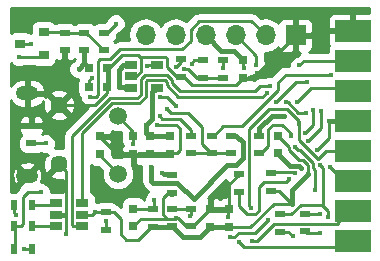
<source format=gbl>
%TF.GenerationSoftware,KiCad,Pcbnew,4.0.7*%
%TF.CreationDate,2017-11-19T11:54:36+08:00*%
%TF.ProjectId,ST-Link V2.1,53542D4C696E6B2056322E312E6B6963,rev?*%
%TF.FileFunction,Copper,L2,Bot,Signal*%
%FSLAX46Y46*%
G04 Gerber Fmt 4.6, Leading zero omitted, Abs format (unit mm)*
G04 Created by KiCad (PCBNEW 4.0.7) date 11/19/17 11:54:36*
%MOMM*%
%LPD*%
G01*
G04 APERTURE LIST*
%ADD10C,0.100000*%
%ADD11C,1.450000*%
%ADD12O,1.900000X1.200000*%
%ADD13R,0.900000X0.500000*%
%ADD14R,1.700000X1.700000*%
%ADD15O,1.700000X1.700000*%
%ADD16R,0.750000X0.800000*%
%ADD17R,1.060000X0.650000*%
%ADD18R,0.500000X0.900000*%
%ADD19R,0.900000X0.800000*%
%ADD20R,0.800000X0.750000*%
%ADD21C,1.500000*%
%ADD22C,0.453000*%
%ADD23C,0.450000*%
%ADD24C,0.250000*%
%ADD25C,0.400000*%
%ADD26C,0.254000*%
G04 APERTURE END LIST*
D10*
D11*
X123520200Y-106100000D03*
X123520200Y-111100000D03*
D12*
X120820200Y-105100000D03*
X120820200Y-112100000D03*
D13*
X133065000Y-112040000D03*
X133065000Y-113540000D03*
X141500000Y-113360000D03*
X141500000Y-111860000D03*
X138720000Y-111970000D03*
X138720000Y-113470000D03*
D10*
G36*
X149900000Y-98920000D02*
X149900000Y-100720000D01*
X146900000Y-100720000D01*
X146900000Y-98920000D01*
X149900000Y-98920000D01*
X149900000Y-98920000D01*
G37*
G36*
X149900000Y-101460000D02*
X149900000Y-103260000D01*
X146900000Y-103260000D01*
X146900000Y-101460000D01*
X149900000Y-101460000D01*
X149900000Y-101460000D01*
G37*
G36*
X149900000Y-104000000D02*
X149900000Y-105800000D01*
X146900000Y-105800000D01*
X146900000Y-104000000D01*
X149900000Y-104000000D01*
X149900000Y-104000000D01*
G37*
G36*
X149900000Y-106540000D02*
X149900000Y-108340000D01*
X146900000Y-108340000D01*
X146900000Y-106540000D01*
X149900000Y-106540000D01*
X149900000Y-106540000D01*
G37*
G36*
X149900000Y-109080000D02*
X149900000Y-110880000D01*
X146900000Y-110880000D01*
X146900000Y-109080000D01*
X149900000Y-109080000D01*
X149900000Y-109080000D01*
G37*
G36*
X149900000Y-111620000D02*
X149900000Y-113420000D01*
X146900000Y-113420000D01*
X146900000Y-111620000D01*
X149900000Y-111620000D01*
X149900000Y-111620000D01*
G37*
G36*
X149900000Y-114160000D02*
X149900000Y-115960000D01*
X146900000Y-115960000D01*
X146900000Y-114160000D01*
X149900000Y-114160000D01*
X149900000Y-114160000D01*
G37*
G36*
X149900000Y-116700000D02*
X149900000Y-118500000D01*
X146900000Y-118500000D01*
X146900000Y-116700000D01*
X149900000Y-116700000D01*
X149900000Y-116700000D01*
G37*
D14*
X143535400Y-100177600D03*
D15*
X140995400Y-100177600D03*
X138455400Y-100177600D03*
X135915400Y-100177600D03*
X133375400Y-100177600D03*
X130835400Y-100177600D03*
D13*
X135670000Y-103800000D03*
X135670000Y-102300000D03*
X134721600Y-110190000D03*
X134721600Y-108690000D03*
D16*
X136320000Y-114920000D03*
X136320000Y-116420000D03*
X142062200Y-110190000D03*
X142062200Y-108690000D03*
X139100000Y-103800000D03*
X139100000Y-102300000D03*
X132892800Y-110249400D03*
X132892800Y-108749400D03*
D13*
X127470000Y-116650000D03*
X127470000Y-115150000D03*
X144380912Y-115296150D03*
X144380912Y-116796150D03*
X142223600Y-116827000D03*
X142223600Y-115327000D03*
D17*
X123270000Y-116320000D03*
X123270000Y-115370000D03*
X123270000Y-114420000D03*
X125470000Y-114420000D03*
X125470000Y-116320000D03*
X125470000Y-115370000D03*
D13*
X137390000Y-102300000D03*
X137390000Y-103800000D03*
X136448800Y-108690000D03*
X136448800Y-110190000D03*
X138099800Y-110190000D03*
X138099800Y-108690000D03*
X140430000Y-108690000D03*
X140430000Y-110190000D03*
X127336200Y-99963400D03*
X127336200Y-101463400D03*
X133870000Y-102230000D03*
X133870000Y-103730000D03*
X123983400Y-101463400D03*
X123983400Y-99963400D03*
X125659800Y-99963400D03*
X125659800Y-101463400D03*
X121170200Y-107850000D03*
X121170200Y-109350000D03*
D18*
X121200000Y-118325000D03*
X119700000Y-118325000D03*
X121200000Y-114550000D03*
X119700000Y-114550000D03*
X121200000Y-116350000D03*
X119700000Y-116350000D03*
D13*
X133065000Y-114860400D03*
X133065000Y-116360400D03*
X134665200Y-114860400D03*
X134665200Y-116360400D03*
X131490200Y-114885800D03*
X131490200Y-116385800D03*
D19*
X122200000Y-99950000D03*
X122200000Y-101850000D03*
X120200000Y-100900000D03*
D16*
X131190000Y-110260000D03*
X131190000Y-108760000D03*
D20*
X127592600Y-102987600D03*
X126092600Y-102987600D03*
D16*
X129810000Y-108750000D03*
X129810000Y-110250000D03*
X126950000Y-110260000D03*
X126950000Y-108760000D03*
X129813800Y-116360400D03*
X129813800Y-114860400D03*
X137940000Y-114920000D03*
X137940000Y-116420000D03*
D21*
X128498600Y-111912400D03*
X128498600Y-107032400D03*
D20*
X127592600Y-104587800D03*
X126092600Y-104587800D03*
D17*
X129580000Y-104630000D03*
X129580000Y-103680000D03*
X129580000Y-102730000D03*
X131780000Y-102730000D03*
X131780000Y-104630000D03*
D22*
X126531000Y-115150000D03*
X131290000Y-111320000D03*
X144605679Y-111968491D03*
D23*
X145363428Y-109866556D03*
X143258924Y-114443176D03*
X146370000Y-107430000D03*
D22*
X139166600Y-102973463D03*
X121100000Y-100900000D03*
X135077200Y-117297200D03*
X130860800Y-107797600D03*
X134899400Y-114046000D03*
X128574800Y-104571800D03*
X125170000Y-103060000D03*
D23*
X143290000Y-117220000D03*
D22*
X145567400Y-115316000D03*
X121950000Y-113475000D03*
D23*
X144461289Y-106762427D03*
D22*
X142748000Y-105867200D03*
X144600000Y-109100000D03*
X143525102Y-109638555D03*
D23*
X145700000Y-106600000D03*
D22*
X145190000Y-113298518D03*
X143870000Y-102740000D03*
X146447894Y-111318415D03*
D23*
X139825238Y-117579991D03*
X138730000Y-117699991D03*
D22*
X120125000Y-102025000D03*
X120575000Y-118325000D03*
X145600000Y-111200000D03*
X144349652Y-108496883D03*
D23*
X145057272Y-106502970D03*
D22*
X144538745Y-104188039D03*
X145580000Y-116920000D03*
X146260000Y-115570000D03*
D23*
X141878669Y-105861469D03*
D22*
X141401731Y-104474250D03*
X141086874Y-105059212D03*
X128300000Y-99200000D03*
X143120000Y-108700000D03*
D23*
X132673969Y-106424991D03*
X134086600Y-103054981D03*
X132043964Y-107022340D03*
X134747000Y-102607209D03*
X134611209Y-115491203D03*
D22*
X146499053Y-103514621D03*
X137414000Y-102971600D03*
X140206389Y-102701509D03*
D23*
X139807856Y-114789995D03*
D22*
X143810000Y-107740000D03*
X143675000Y-105800000D03*
D23*
X142594249Y-107014533D03*
X126110000Y-105387811D03*
D22*
X131590000Y-114110000D03*
D23*
X122200000Y-107850000D03*
D22*
X124125000Y-117000000D03*
X138020000Y-117290000D03*
X141210000Y-115830002D03*
X137790000Y-115593499D03*
X143988012Y-111400000D03*
X140248975Y-103359202D03*
X131826000Y-107772200D03*
D23*
X133451600Y-115685389D03*
X129760000Y-109424989D03*
X126267591Y-103792480D03*
X130985009Y-102812552D03*
D22*
X119898491Y-115424998D03*
X122375000Y-109350000D03*
D23*
X133409607Y-106152400D03*
D22*
X132062414Y-105407999D03*
X133451600Y-102844600D03*
X127450000Y-115925000D03*
X143020099Y-112350008D03*
X143500000Y-111890000D03*
X132218009Y-111818009D03*
D24*
X127470000Y-115150000D02*
X128170000Y-115150000D01*
X128170000Y-115150000D02*
X128725000Y-115705000D01*
X129200000Y-117500000D02*
X130176000Y-117500000D01*
X128725000Y-115705000D02*
X128725000Y-117025000D01*
X128725000Y-117025000D02*
X129200000Y-117500000D01*
X131290200Y-116385800D02*
X131490200Y-116385800D01*
X130176000Y-117500000D02*
X131290200Y-116385800D01*
X125470000Y-115370000D02*
X126311000Y-115370000D01*
X126311000Y-115370000D02*
X126531000Y-115150000D01*
X144184710Y-110738490D02*
X144598489Y-111152269D01*
X144598489Y-111640982D02*
X144605679Y-111648172D01*
X144605679Y-111648172D02*
X144605679Y-111968491D01*
X142062200Y-108750000D02*
X142973602Y-109661402D01*
X142973602Y-109903276D02*
X143808816Y-110738490D01*
X142973602Y-109661402D02*
X142973602Y-109903276D01*
X143808816Y-110738490D02*
X144184710Y-110738490D01*
X144598489Y-111152269D02*
X144598489Y-111640982D01*
X141500000Y-113360000D02*
X142175748Y-113360000D01*
X142175748Y-113360000D02*
X143258924Y-114443176D01*
D25*
X131290000Y-112520001D02*
X131290000Y-111320000D01*
X131459999Y-112690000D02*
X131290000Y-112520001D01*
X133543400Y-112690000D02*
X131459999Y-112690000D01*
X134899400Y-114046000D02*
X133543400Y-112690000D01*
D24*
X139703778Y-116420000D02*
X137940000Y-116420000D01*
X143258924Y-114443176D02*
X141680602Y-114443176D01*
X141680602Y-114443176D02*
X139703778Y-116420000D01*
D25*
X143258924Y-114443176D02*
X143258924Y-113315246D01*
X143258924Y-113315246D02*
X144605679Y-111968491D01*
D24*
X146370000Y-108859984D02*
X145363428Y-109866556D01*
X146370000Y-107430000D02*
X146370000Y-108859984D01*
D25*
X146380000Y-107440000D02*
X146370000Y-107430000D01*
X148400000Y-107440000D02*
X146380000Y-107440000D01*
X138535200Y-108685200D02*
X139100000Y-109250000D01*
X138099800Y-108685200D02*
X138535200Y-108685200D01*
X137745400Y-111200000D02*
X134899400Y-114046000D01*
X139100000Y-109250000D02*
X139100000Y-110605001D01*
X139100000Y-110605001D02*
X138505001Y-111200000D01*
X138505001Y-111200000D02*
X137745400Y-111200000D01*
X131410020Y-107248380D02*
X130860800Y-107797600D01*
X131410020Y-104999980D02*
X131410020Y-107248380D01*
X131780000Y-104630000D02*
X131410020Y-104999980D01*
X136320000Y-116420000D02*
X137940000Y-116420000D01*
X135077200Y-117297200D02*
X135442800Y-117297200D01*
X135442800Y-117297200D02*
X136320000Y-116420000D01*
X133065000Y-116360400D02*
X134001800Y-117297200D01*
X134001800Y-117297200D02*
X135077200Y-117297200D01*
X131490200Y-116385800D02*
X133039600Y-116385800D01*
X133039600Y-116385800D02*
X133065000Y-116360400D01*
X139100000Y-102300000D02*
X139100000Y-102275000D01*
X137237800Y-101500000D02*
X135915400Y-100177600D01*
X139100000Y-102275000D02*
X138325000Y-101500000D01*
X138325000Y-101500000D02*
X137237800Y-101500000D01*
X131190000Y-108760000D02*
X132882200Y-108760000D01*
X132882200Y-108760000D02*
X132892800Y-108749400D01*
X130860800Y-107797600D02*
X130860800Y-108430800D01*
X130860800Y-108430800D02*
X131190000Y-108760000D01*
D24*
X139100000Y-102300000D02*
X139100000Y-102950000D01*
X139100000Y-102950000D02*
X139123463Y-102973463D01*
X139123463Y-102973463D02*
X139166600Y-102973463D01*
X121100000Y-100900000D02*
X120200000Y-100900000D01*
X127470000Y-115150000D02*
X126531000Y-115150000D01*
D25*
X125170000Y-103060000D02*
X125659800Y-102570200D01*
X125659800Y-102570200D02*
X125659800Y-102554800D01*
X125659800Y-101463400D02*
X125659800Y-102554800D01*
X125659800Y-102554800D02*
X126092600Y-102987600D01*
X128574800Y-104571800D02*
X128574800Y-103110199D01*
X128954999Y-102730000D02*
X129580000Y-102730000D01*
X128574800Y-103110199D02*
X128954999Y-102730000D01*
X128574800Y-104571800D02*
X129521800Y-104571800D01*
X129521800Y-104571800D02*
X129580000Y-104630000D01*
X129580000Y-104630000D02*
X129268000Y-104630000D01*
X129268000Y-104630000D02*
X129260600Y-104622600D01*
X129260600Y-104622600D02*
X129082800Y-104622600D01*
D24*
X143290000Y-117193400D02*
X143290000Y-117220000D01*
X142923600Y-116827000D02*
X143290000Y-117193400D01*
X142223600Y-116827000D02*
X142923600Y-116827000D01*
X144400762Y-115316000D02*
X144380912Y-115296150D01*
X145567400Y-115316000D02*
X144400762Y-115316000D01*
X144327112Y-115242350D02*
X144380912Y-115296150D01*
X120450000Y-113875000D02*
X120850000Y-113475000D01*
X120450000Y-116175000D02*
X120450000Y-113875000D01*
X119775000Y-116350000D02*
X120275000Y-116350000D01*
X120275000Y-116350000D02*
X120450000Y-116175000D01*
X120850000Y-113475000D02*
X121950000Y-113475000D01*
X119800000Y-118325000D02*
X119800000Y-116375000D01*
X119800000Y-116375000D02*
X119775000Y-116350000D01*
X143785273Y-106762427D02*
X144461289Y-106762427D01*
X142890046Y-105867200D02*
X143785273Y-106762427D01*
X142748000Y-105867200D02*
X142890046Y-105867200D01*
X145048499Y-111464721D02*
X145048499Y-110965869D01*
X143751601Y-109865054D02*
X143525102Y-109638555D01*
X143947684Y-109865054D02*
X143751601Y-109865054D01*
X145048499Y-110965869D02*
X143947684Y-109865054D01*
X145190000Y-113298518D02*
X145190000Y-111606222D01*
X145190000Y-111606222D02*
X145048499Y-111464721D01*
X145700000Y-108000000D02*
X144600000Y-109100000D01*
X145700000Y-106600000D02*
X145700000Y-108000000D01*
X144250000Y-102360000D02*
X143870000Y-102740000D01*
X148400000Y-102360000D02*
X144250000Y-102360000D01*
X148348700Y-102124601D02*
X148190723Y-102124601D01*
X148337800Y-102297800D02*
X148400000Y-102360000D01*
X147424479Y-112295000D02*
X146447894Y-111318415D01*
X148350000Y-112295000D02*
X147424479Y-112295000D01*
X141715614Y-116175000D02*
X140310623Y-117579991D01*
X140310623Y-117579991D02*
X139825238Y-117579991D01*
X147010000Y-116175000D02*
X141715614Y-116175000D01*
X148350000Y-114835000D02*
X147010000Y-116175000D01*
X147595000Y-118130000D02*
X139160009Y-118130000D01*
X139160009Y-118130000D02*
X138730000Y-117699991D01*
X148350000Y-117375000D02*
X147595000Y-118130000D01*
X122200000Y-99950000D02*
X123970000Y-99950000D01*
X123970000Y-99950000D02*
X123983400Y-99963400D01*
X123983400Y-99963400D02*
X125659800Y-99963400D01*
X125659800Y-99963400D02*
X125836200Y-99963400D01*
X125836200Y-99963400D02*
X127336200Y-101463400D01*
X120125000Y-102025000D02*
X122025000Y-102025000D01*
X122025000Y-102025000D02*
X122200000Y-101850000D01*
X121300000Y-118325000D02*
X120575000Y-118325000D01*
X145826499Y-111426499D02*
X145600000Y-111200000D01*
X145826499Y-114443501D02*
X145826499Y-111426499D01*
X145750000Y-114520000D02*
X145826499Y-114443501D01*
X145057272Y-106502970D02*
X145057272Y-107789263D01*
X145057272Y-107789263D02*
X144349652Y-108496883D01*
X143552099Y-104188039D02*
X144538745Y-104188039D01*
X141878669Y-105861469D02*
X143552099Y-104188039D01*
X143165613Y-115327000D02*
X143972613Y-114520000D01*
X143972613Y-114520000D02*
X145750000Y-114520000D01*
X145580000Y-116920000D02*
X144504762Y-116920000D01*
X144504762Y-116920000D02*
X144380912Y-116796150D01*
X145750000Y-114520000D02*
X146260000Y-115030000D01*
X146260000Y-115030000D02*
X146260000Y-115570000D01*
X142223600Y-115327000D02*
X143165613Y-115327000D01*
X142233600Y-115337000D02*
X142223600Y-115327000D01*
X140559550Y-104474250D02*
X141401731Y-104474250D01*
X133095000Y-103989211D02*
X133095000Y-104240001D01*
X130435001Y-103898588D02*
X130803599Y-103529990D01*
X140131800Y-104902000D02*
X140559550Y-104474250D01*
X125470000Y-116320000D02*
X124690000Y-116320000D01*
X127805831Y-105507390D02*
X130133002Y-105507390D01*
X130133002Y-105507390D02*
X130435000Y-105205392D01*
X133095000Y-104240001D02*
X133756999Y-104902000D01*
X124690000Y-116320000D02*
X124615000Y-116245000D01*
X132635779Y-103529991D02*
X133095000Y-103989211D01*
X130803599Y-103529990D02*
X132635779Y-103529991D01*
X133756999Y-104902000D02*
X140131800Y-104902000D01*
X124615000Y-116245000D02*
X124615000Y-108698221D01*
X124615000Y-108698221D02*
X127805831Y-105507390D01*
X130435000Y-105205392D02*
X130435001Y-103898588D01*
X125470000Y-114420000D02*
X125470000Y-108479631D01*
X125470000Y-108479631D02*
X127992231Y-105957400D01*
X130319403Y-105957399D02*
X130885010Y-105391792D01*
X132449378Y-103980000D02*
X132644990Y-104175612D01*
X133628589Y-105410000D02*
X140736086Y-105410000D01*
X127992231Y-105957400D02*
X130319403Y-105957399D01*
X130885010Y-105391792D02*
X130885010Y-104084989D01*
X130885010Y-104084989D02*
X130989999Y-103980000D01*
X130989999Y-103980000D02*
X132449378Y-103980000D01*
X132644990Y-104175612D02*
X132644991Y-104426402D01*
X132644991Y-104426402D02*
X133628589Y-105410000D01*
X140736086Y-105410000D02*
X141086874Y-105059212D01*
X128299600Y-99200000D02*
X128300000Y-99200000D01*
X127536200Y-99963400D02*
X128299600Y-99200000D01*
X127336200Y-99963400D02*
X127536200Y-99963400D01*
X142422201Y-107750000D02*
X143120000Y-108447799D01*
X141636720Y-107750000D02*
X142422201Y-107750000D01*
X143120000Y-108447799D02*
X143120000Y-108700000D01*
X141230000Y-108156720D02*
X141636720Y-107750000D01*
X140436600Y-110147800D02*
X140636600Y-110147800D01*
X141230000Y-109554400D02*
X141230000Y-108156720D01*
X140636600Y-110147800D02*
X141230000Y-109554400D01*
X136989400Y-110180400D02*
X136400400Y-110180400D01*
X136400400Y-110180400D02*
X135620000Y-109400000D01*
X135620000Y-109400000D02*
X135620000Y-107992810D01*
X135620000Y-107992810D02*
X134402200Y-106775010D01*
X134402200Y-106775010D02*
X133023988Y-106775010D01*
X133023988Y-106775010D02*
X132673969Y-106424991D01*
X136989400Y-110180400D02*
X136994200Y-110185200D01*
X136994200Y-110185200D02*
X138099800Y-110185200D01*
X136989400Y-110180400D02*
X134726400Y-110180400D01*
X134726400Y-110180400D02*
X134721600Y-110185200D01*
X135670000Y-103800000D02*
X135169000Y-103800000D01*
X135169000Y-103800000D02*
X134423981Y-103054981D01*
X134423981Y-103054981D02*
X134086600Y-103054981D01*
X135670000Y-103800000D02*
X137390000Y-103800000D01*
X134721600Y-108185200D02*
X134721600Y-108685200D01*
X132268963Y-107247339D02*
X133783739Y-107247339D01*
X133783739Y-107247339D02*
X134721600Y-108185200D01*
X132043964Y-107022340D02*
X132268963Y-107247339D01*
X134970000Y-102300000D02*
X134747000Y-102523000D01*
X135670000Y-102300000D02*
X134970000Y-102300000D01*
X134747000Y-102523000D02*
X134747000Y-102607209D01*
X134665200Y-115437212D02*
X134611209Y-115491203D01*
X134665200Y-114860400D02*
X134665200Y-115437212D01*
X133065000Y-114860400D02*
X134665200Y-114860400D01*
X146499053Y-103514621D02*
X142695379Y-103514621D01*
X139030800Y-107899200D02*
X137434800Y-107899200D01*
X142695379Y-103514621D02*
X142080000Y-104130000D01*
X142080000Y-104130000D02*
X142080000Y-104850000D01*
X142080000Y-104850000D02*
X139030800Y-107899200D01*
X137434800Y-107899200D02*
X136648800Y-108685200D01*
X136648800Y-108685200D02*
X136448800Y-108685200D01*
X137390000Y-102947600D02*
X137414000Y-102971600D01*
X137390000Y-102300000D02*
X137390000Y-102947600D01*
X140206389Y-101928589D02*
X140206389Y-102701509D01*
X138455400Y-100177600D02*
X140206389Y-101928589D01*
X146103778Y-109980000D02*
X145401409Y-110682369D01*
X143798152Y-108072167D02*
X143810000Y-108060319D01*
X143798152Y-109079111D02*
X143798152Y-108072167D01*
X148400000Y-109980000D02*
X146103778Y-109980000D01*
X143810000Y-108060319D02*
X143810000Y-107740000D01*
X145401409Y-110682369D02*
X143798152Y-109079111D01*
X143810000Y-107740000D02*
X143820000Y-107730000D01*
X139640000Y-108135048D02*
X139640000Y-114640000D01*
X143820000Y-107730000D02*
X143820000Y-107439681D01*
X143820000Y-107439681D02*
X142841648Y-106461329D01*
X139789995Y-114789995D02*
X139807856Y-114789995D01*
X142841648Y-106461329D02*
X141313719Y-106461329D01*
X141313719Y-106461329D02*
X139640000Y-108135048D01*
X139640000Y-114640000D02*
X139789995Y-114789995D01*
X148348700Y-104664601D02*
X148334099Y-104650000D01*
X148334099Y-104650000D02*
X144840000Y-104650000D01*
X144840000Y-104650000D02*
X143690000Y-105800000D01*
X143690000Y-105800000D02*
X143675000Y-105800000D01*
D25*
X140436600Y-108647800D02*
X140436600Y-108080924D01*
X140436600Y-108080924D02*
X141502991Y-107014533D01*
X141502991Y-107014533D02*
X142594249Y-107014533D01*
D24*
X126110000Y-105387811D02*
X126652590Y-105387811D01*
X139801600Y-98983800D02*
X140995400Y-100177600D01*
X126652590Y-105387811D02*
X126817600Y-105222801D01*
X126817600Y-105222801D02*
X126817600Y-102402599D01*
X127797000Y-102200000D02*
X128644400Y-101352600D01*
X126817600Y-102402599D02*
X127020199Y-102200000D01*
X127020199Y-102200000D02*
X127797000Y-102200000D01*
X128644400Y-101352600D02*
X133939401Y-101352600D01*
X133939401Y-101352600D02*
X134645400Y-100646601D01*
X135414000Y-99002600D02*
X135432800Y-98983800D01*
X134645400Y-100646601D02*
X134645400Y-99708599D01*
X134645400Y-99708599D02*
X135351399Y-99002600D01*
X135351399Y-99002600D02*
X135414000Y-99002600D01*
X135432800Y-98983800D02*
X139801600Y-98983800D01*
X131590000Y-114110000D02*
X131590000Y-114786000D01*
X131590000Y-114786000D02*
X131490200Y-114885800D01*
X129813800Y-114860400D02*
X131464800Y-114860400D01*
X131464800Y-114860400D02*
X131490200Y-114885800D01*
X121170200Y-107850000D02*
X122200000Y-107850000D01*
X124125000Y-115445000D02*
X124125000Y-117000000D01*
X124050000Y-115370000D02*
X124125000Y-115445000D01*
X141210000Y-115830002D02*
X140120002Y-116920000D01*
X140120002Y-116920000D02*
X138710319Y-116920000D01*
X138710319Y-116920000D02*
X138340319Y-117290000D01*
X138340319Y-117290000D02*
X138020000Y-117290000D01*
X140248975Y-103359202D02*
X140360798Y-103359202D01*
X143510000Y-100210000D02*
X143510000Y-100152200D01*
X140360798Y-103359202D02*
X143510000Y-100210000D01*
X143510000Y-100152200D02*
X143535400Y-100177600D01*
X132280000Y-115360401D02*
X132280000Y-113970000D01*
X132280000Y-113970000D02*
X132710000Y-113540000D01*
X132710000Y-113540000D02*
X133065000Y-113540000D01*
X132730000Y-113540000D02*
X133065000Y-113540000D01*
X132920000Y-113540000D02*
X132720000Y-113540000D01*
X132629999Y-115710400D02*
X133220000Y-115710400D01*
X132280000Y-115360401D02*
X132629999Y-115710400D01*
X130438800Y-115710400D02*
X133220000Y-115710400D01*
X133220000Y-115710400D02*
X133426589Y-115710400D01*
X137790000Y-115593499D02*
X137790000Y-115070000D01*
X137790000Y-115070000D02*
X137940000Y-114920000D01*
X138720000Y-111970000D02*
X138720000Y-111990000D01*
X138720000Y-111990000D02*
X137940000Y-112770000D01*
X137940000Y-112770000D02*
X137940000Y-114920000D01*
D25*
X142062200Y-110250000D02*
X143075700Y-111263500D01*
X143075700Y-111263500D02*
X143851512Y-111263500D01*
X143851512Y-111263500D02*
X143988012Y-111400000D01*
D24*
X124050000Y-115370000D02*
X124125000Y-115295000D01*
X124125000Y-115295000D02*
X124125000Y-111675000D01*
X124125000Y-111675000D02*
X123550000Y-111100000D01*
X123550000Y-111100000D02*
X123520200Y-111100000D01*
D25*
X123270000Y-115370000D02*
X124050000Y-115370000D01*
D24*
X139100000Y-103800000D02*
X139825000Y-103800000D01*
X139825000Y-103800000D02*
X140250000Y-103375000D01*
X140250000Y-103375000D02*
X140248975Y-103373975D01*
X140248975Y-103373975D02*
X140248975Y-103359202D01*
D25*
X148224200Y-99644200D02*
X148400000Y-99820000D01*
D24*
X133870000Y-103730000D02*
X134057600Y-103730000D01*
X134057600Y-103730000D02*
X134747000Y-104419400D01*
X134747000Y-104419400D02*
X138480800Y-104419400D01*
X138480800Y-104419400D02*
X139100000Y-103800200D01*
X139100000Y-103800200D02*
X139100000Y-103800000D01*
X123520200Y-106100000D02*
X123524400Y-106095800D01*
X123524400Y-106095800D02*
X126581011Y-106095800D01*
X126581011Y-106095800D02*
X127592600Y-105084211D01*
X127592600Y-105084211D02*
X127592600Y-104587800D01*
X130435000Y-102144999D02*
X130548199Y-102031800D01*
X131190000Y-110260000D02*
X131269600Y-110180400D01*
X133731000Y-109908600D02*
X133731000Y-108077000D01*
X131269600Y-110180400D02*
X133484200Y-110180400D01*
X133484200Y-110180400D02*
X133484200Y-110155400D01*
X133426200Y-107772200D02*
X131826000Y-107772200D01*
X133484200Y-110155400D02*
X133731000Y-109908600D01*
X133731000Y-108077000D02*
X133426200Y-107772200D01*
X130017179Y-103680000D02*
X130435000Y-103262179D01*
X130435000Y-103262179D02*
X130435000Y-102144999D01*
X129580000Y-103680000D02*
X130017179Y-103680000D01*
X133472198Y-103730000D02*
X132635000Y-102892802D01*
X132635000Y-102144999D02*
X132521801Y-102031800D01*
X132635000Y-102892802D02*
X132635000Y-102144999D01*
X132521801Y-102031800D02*
X130548199Y-102031800D01*
X133870000Y-103730000D02*
X133472198Y-103730000D01*
X134665200Y-116360400D02*
X134292800Y-116360400D01*
X134292800Y-116360400D02*
X133617789Y-115685389D01*
X133617789Y-115685389D02*
X133451600Y-115685389D01*
X129813800Y-116335400D02*
X130438800Y-115710400D01*
X129813800Y-116360400D02*
X129813800Y-116335400D01*
X133426589Y-115710400D02*
X133451600Y-115685389D01*
X148300800Y-99644200D02*
X148350000Y-99595000D01*
X127733411Y-102987600D02*
X127592600Y-102987600D01*
X128841611Y-101879400D02*
X127733411Y-102987600D01*
X130435000Y-102144999D02*
X130169401Y-101879400D01*
X130169401Y-101879400D02*
X128841611Y-101879400D01*
X127592600Y-102987600D02*
X127592600Y-104587800D01*
X129810000Y-110250000D02*
X128415000Y-110250000D01*
X128415000Y-110250000D02*
X126950000Y-108785000D01*
X126950000Y-108785000D02*
X126950000Y-108760000D01*
X131190000Y-110260000D02*
X129820000Y-110260000D01*
X129820000Y-110260000D02*
X129810000Y-110250000D01*
X136320000Y-114920000D02*
X137940000Y-114920000D01*
X134665200Y-116360400D02*
X134879600Y-116360400D01*
X134879600Y-116360400D02*
X136320000Y-114920000D01*
X126950000Y-110260000D02*
X126950000Y-110363800D01*
X126950000Y-110363800D02*
X128498600Y-111912400D01*
X129810000Y-108750000D02*
X129810000Y-108343800D01*
X129810000Y-108343800D02*
X128498600Y-107032400D01*
X129760000Y-109424989D02*
X129760000Y-108800000D01*
X129760000Y-108800000D02*
X129810000Y-108750000D01*
X126262920Y-103792480D02*
X126267591Y-103792480D01*
X126092600Y-104587800D02*
X126092600Y-103962800D01*
X126092600Y-103962800D02*
X126262920Y-103792480D01*
X130985009Y-102744991D02*
X130985009Y-102812552D01*
X131780000Y-102730000D02*
X131000000Y-102730000D01*
X131000000Y-102730000D02*
X130985009Y-102744991D01*
X119874998Y-115424998D02*
X119898491Y-115424998D01*
X119700000Y-114550000D02*
X119700000Y-115250000D01*
X119700000Y-115250000D02*
X119874998Y-115424998D01*
X121170200Y-109350000D02*
X122375000Y-109350000D01*
X121275000Y-116350000D02*
X123240000Y-116350000D01*
X123240000Y-116350000D02*
X123270000Y-116320000D01*
X123165000Y-116425000D02*
X123270000Y-116320000D01*
X121200000Y-114550000D02*
X123140000Y-114550000D01*
X123140000Y-114550000D02*
X123270000Y-114420000D01*
X123050000Y-114200000D02*
X123270000Y-114420000D01*
X132665206Y-105407999D02*
X133409607Y-106152400D01*
X132062414Y-105407999D02*
X132665206Y-105407999D01*
X133870000Y-102426200D02*
X133451600Y-102844600D01*
X133870000Y-102230000D02*
X133870000Y-102426200D01*
X127470000Y-116650000D02*
X127450000Y-116630000D01*
X127450000Y-116630000D02*
X127450000Y-115925000D01*
X143020099Y-112350008D02*
X142770107Y-112600000D01*
X139420401Y-115349990D02*
X138720000Y-114649589D01*
X142770107Y-112600000D02*
X140850000Y-112600000D01*
X140850000Y-112600000D02*
X140448878Y-113001122D01*
X140448878Y-113001122D02*
X140448878Y-115038490D01*
X140448878Y-115038490D02*
X140137378Y-115349990D01*
X140137378Y-115349990D02*
X139420401Y-115349990D01*
X138720000Y-114649589D02*
X138720000Y-113470000D01*
X141721500Y-111798500D02*
X143408500Y-111798500D01*
X141660000Y-111860000D02*
X141721500Y-111798500D01*
X143408500Y-111798500D02*
X143500000Y-111890000D01*
X132365000Y-112040000D02*
X132218009Y-111893009D01*
X133065000Y-112040000D02*
X132365000Y-112040000D01*
X132218009Y-111893009D02*
X132218009Y-111818009D01*
X132698009Y-111818009D02*
X132218009Y-111818009D01*
X132920000Y-112040000D02*
X132698009Y-111818009D01*
D26*
G36*
X129940800Y-116233400D02*
X129960800Y-116233400D01*
X129960800Y-116487400D01*
X129940800Y-116487400D01*
X129940800Y-116507400D01*
X129686800Y-116507400D01*
X129686800Y-116487400D01*
X129666800Y-116487400D01*
X129666800Y-116233400D01*
X129686800Y-116233400D01*
X129686800Y-116213400D01*
X129940800Y-116213400D01*
X129940800Y-116233400D01*
X129940800Y-116233400D01*
G37*
X129940800Y-116233400D02*
X129960800Y-116233400D01*
X129960800Y-116487400D01*
X129940800Y-116487400D01*
X129940800Y-116507400D01*
X129686800Y-116507400D01*
X129686800Y-116487400D01*
X129666800Y-116487400D01*
X129666800Y-116233400D01*
X129686800Y-116233400D01*
X129686800Y-116213400D01*
X129940800Y-116213400D01*
X129940800Y-116233400D01*
G36*
X134812200Y-116462200D02*
X134518200Y-116462200D01*
X134518200Y-116351122D01*
X134781523Y-116351352D01*
X134812200Y-116338676D01*
X134812200Y-116462200D01*
X134812200Y-116462200D01*
G37*
X134812200Y-116462200D02*
X134518200Y-116462200D01*
X134518200Y-116351122D01*
X134781523Y-116351352D01*
X134812200Y-116338676D01*
X134812200Y-116462200D01*
G36*
X137731673Y-112579698D02*
X137872910Y-112720936D01*
X137818559Y-112755910D01*
X137673569Y-112968110D01*
X137622560Y-113220000D01*
X137622560Y-113720000D01*
X137653607Y-113885000D01*
X137438690Y-113885000D01*
X137205301Y-113981673D01*
X137130000Y-114056974D01*
X137054699Y-113981673D01*
X136821310Y-113885000D01*
X136605750Y-113885000D01*
X136447000Y-114043750D01*
X136447000Y-114793000D01*
X137813000Y-114793000D01*
X137813000Y-114773000D01*
X137984548Y-114773000D01*
X138017852Y-114940428D01*
X138087000Y-115043915D01*
X138087000Y-115047000D01*
X138067000Y-115047000D01*
X138067000Y-115067000D01*
X137813000Y-115067000D01*
X137813000Y-115047000D01*
X136447000Y-115047000D01*
X136447000Y-115067000D01*
X136193000Y-115067000D01*
X136193000Y-115047000D01*
X136173000Y-115047000D01*
X136173000Y-114793000D01*
X136193000Y-114793000D01*
X136193000Y-114043750D01*
X136137759Y-113988509D01*
X137677458Y-112448810D01*
X137731673Y-112579698D01*
X137731673Y-112579698D01*
G37*
X137731673Y-112579698D02*
X137872910Y-112720936D01*
X137818559Y-112755910D01*
X137673569Y-112968110D01*
X137622560Y-113220000D01*
X137622560Y-113720000D01*
X137653607Y-113885000D01*
X137438690Y-113885000D01*
X137205301Y-113981673D01*
X137130000Y-114056974D01*
X137054699Y-113981673D01*
X136821310Y-113885000D01*
X136605750Y-113885000D01*
X136447000Y-114043750D01*
X136447000Y-114793000D01*
X137813000Y-114793000D01*
X137813000Y-114773000D01*
X137984548Y-114773000D01*
X138017852Y-114940428D01*
X138087000Y-115043915D01*
X138087000Y-115047000D01*
X138067000Y-115047000D01*
X138067000Y-115067000D01*
X137813000Y-115067000D01*
X137813000Y-115047000D01*
X136447000Y-115047000D01*
X136447000Y-115067000D01*
X136193000Y-115067000D01*
X136193000Y-115047000D01*
X136173000Y-115047000D01*
X136173000Y-114793000D01*
X136193000Y-114793000D01*
X136193000Y-114043750D01*
X136137759Y-113988509D01*
X137677458Y-112448810D01*
X137731673Y-112579698D01*
G36*
X128221898Y-108417159D02*
X128772885Y-108417640D01*
X128787560Y-108411576D01*
X128787560Y-109150000D01*
X128831838Y-109385317D01*
X128898329Y-109488646D01*
X128896673Y-109490302D01*
X128800000Y-109723691D01*
X128800000Y-109964250D01*
X128958750Y-110123000D01*
X129241631Y-110123000D01*
X129272213Y-110153636D01*
X129588185Y-110284839D01*
X129930314Y-110285138D01*
X130246514Y-110154486D01*
X130278055Y-110123000D01*
X130328750Y-110123000D01*
X130338750Y-110133000D01*
X131063000Y-110133000D01*
X131063000Y-110113000D01*
X131317000Y-110113000D01*
X131317000Y-110133000D01*
X132041250Y-110133000D01*
X132051850Y-110122400D01*
X132765800Y-110122400D01*
X132765800Y-110102400D01*
X133019800Y-110102400D01*
X133019800Y-110122400D01*
X133039800Y-110122400D01*
X133039800Y-110376400D01*
X133019800Y-110376400D01*
X133019800Y-110396400D01*
X132765800Y-110396400D01*
X132765800Y-110376400D01*
X132041550Y-110376400D01*
X132030950Y-110387000D01*
X131317000Y-110387000D01*
X131317000Y-110407000D01*
X131063000Y-110407000D01*
X131063000Y-110387000D01*
X130671250Y-110387000D01*
X130661250Y-110377000D01*
X129937000Y-110377000D01*
X129937000Y-111126250D01*
X130095750Y-111285000D01*
X130311310Y-111285000D01*
X130428573Y-111236428D01*
X130428351Y-111490611D01*
X130455000Y-111555107D01*
X130455000Y-112520001D01*
X130518561Y-112839542D01*
X130671988Y-113069161D01*
X130699566Y-113110435D01*
X130869565Y-113280434D01*
X131068470Y-113413338D01*
X130860082Y-113621362D01*
X130728650Y-113937885D01*
X130728524Y-114081773D01*
X130708172Y-114094870D01*
X130652890Y-114008959D01*
X130440690Y-113863969D01*
X130188800Y-113812960D01*
X129438800Y-113812960D01*
X129203483Y-113857238D01*
X128987359Y-113996310D01*
X128842369Y-114208510D01*
X128791360Y-114460400D01*
X128791360Y-114696558D01*
X128707401Y-114612599D01*
X128460839Y-114447852D01*
X128351111Y-114426026D01*
X128171890Y-114303569D01*
X127920000Y-114252560D01*
X127020000Y-114252560D01*
X126784683Y-114296838D01*
X126760425Y-114312447D01*
X126703115Y-114288650D01*
X126647440Y-114288601D01*
X126647440Y-114095000D01*
X126603162Y-113859683D01*
X126464090Y-113643559D01*
X126251890Y-113498569D01*
X126230000Y-113494136D01*
X126230000Y-111192812D01*
X126323110Y-111256431D01*
X126575000Y-111307440D01*
X126818838Y-111307440D01*
X127123598Y-111612200D01*
X127113841Y-111635698D01*
X127113360Y-112186685D01*
X127323769Y-112695915D01*
X127713036Y-113085861D01*
X128221898Y-113297159D01*
X128772885Y-113297640D01*
X129282115Y-113087231D01*
X129672061Y-112697964D01*
X129883359Y-112189102D01*
X129883840Y-111638115D01*
X129675458Y-111133792D01*
X129683000Y-111126250D01*
X129683000Y-110377000D01*
X128958750Y-110377000D01*
X128800000Y-110535750D01*
X128800000Y-110537897D01*
X128775302Y-110527641D01*
X128224315Y-110527160D01*
X128198732Y-110537730D01*
X127972440Y-110311438D01*
X127972440Y-109860000D01*
X127928162Y-109624683D01*
X127861671Y-109521354D01*
X127863327Y-109519698D01*
X127960000Y-109286309D01*
X127960000Y-109045750D01*
X127801250Y-108887000D01*
X127077000Y-108887000D01*
X127077000Y-108907000D01*
X126823000Y-108907000D01*
X126823000Y-108887000D01*
X126803000Y-108887000D01*
X126803000Y-108633000D01*
X126823000Y-108633000D01*
X126823000Y-108613000D01*
X127077000Y-108613000D01*
X127077000Y-108633000D01*
X127801250Y-108633000D01*
X127960000Y-108474250D01*
X127960000Y-108308409D01*
X128221898Y-108417159D01*
X128221898Y-108417159D01*
G37*
X128221898Y-108417159D02*
X128772885Y-108417640D01*
X128787560Y-108411576D01*
X128787560Y-109150000D01*
X128831838Y-109385317D01*
X128898329Y-109488646D01*
X128896673Y-109490302D01*
X128800000Y-109723691D01*
X128800000Y-109964250D01*
X128958750Y-110123000D01*
X129241631Y-110123000D01*
X129272213Y-110153636D01*
X129588185Y-110284839D01*
X129930314Y-110285138D01*
X130246514Y-110154486D01*
X130278055Y-110123000D01*
X130328750Y-110123000D01*
X130338750Y-110133000D01*
X131063000Y-110133000D01*
X131063000Y-110113000D01*
X131317000Y-110113000D01*
X131317000Y-110133000D01*
X132041250Y-110133000D01*
X132051850Y-110122400D01*
X132765800Y-110122400D01*
X132765800Y-110102400D01*
X133019800Y-110102400D01*
X133019800Y-110122400D01*
X133039800Y-110122400D01*
X133039800Y-110376400D01*
X133019800Y-110376400D01*
X133019800Y-110396400D01*
X132765800Y-110396400D01*
X132765800Y-110376400D01*
X132041550Y-110376400D01*
X132030950Y-110387000D01*
X131317000Y-110387000D01*
X131317000Y-110407000D01*
X131063000Y-110407000D01*
X131063000Y-110387000D01*
X130671250Y-110387000D01*
X130661250Y-110377000D01*
X129937000Y-110377000D01*
X129937000Y-111126250D01*
X130095750Y-111285000D01*
X130311310Y-111285000D01*
X130428573Y-111236428D01*
X130428351Y-111490611D01*
X130455000Y-111555107D01*
X130455000Y-112520001D01*
X130518561Y-112839542D01*
X130671988Y-113069161D01*
X130699566Y-113110435D01*
X130869565Y-113280434D01*
X131068470Y-113413338D01*
X130860082Y-113621362D01*
X130728650Y-113937885D01*
X130728524Y-114081773D01*
X130708172Y-114094870D01*
X130652890Y-114008959D01*
X130440690Y-113863969D01*
X130188800Y-113812960D01*
X129438800Y-113812960D01*
X129203483Y-113857238D01*
X128987359Y-113996310D01*
X128842369Y-114208510D01*
X128791360Y-114460400D01*
X128791360Y-114696558D01*
X128707401Y-114612599D01*
X128460839Y-114447852D01*
X128351111Y-114426026D01*
X128171890Y-114303569D01*
X127920000Y-114252560D01*
X127020000Y-114252560D01*
X126784683Y-114296838D01*
X126760425Y-114312447D01*
X126703115Y-114288650D01*
X126647440Y-114288601D01*
X126647440Y-114095000D01*
X126603162Y-113859683D01*
X126464090Y-113643559D01*
X126251890Y-113498569D01*
X126230000Y-113494136D01*
X126230000Y-111192812D01*
X126323110Y-111256431D01*
X126575000Y-111307440D01*
X126818838Y-111307440D01*
X127123598Y-111612200D01*
X127113841Y-111635698D01*
X127113360Y-112186685D01*
X127323769Y-112695915D01*
X127713036Y-113085861D01*
X128221898Y-113297159D01*
X128772885Y-113297640D01*
X129282115Y-113087231D01*
X129672061Y-112697964D01*
X129883359Y-112189102D01*
X129883840Y-111638115D01*
X129675458Y-111133792D01*
X129683000Y-111126250D01*
X129683000Y-110377000D01*
X128958750Y-110377000D01*
X128800000Y-110535750D01*
X128800000Y-110537897D01*
X128775302Y-110527641D01*
X128224315Y-110527160D01*
X128198732Y-110537730D01*
X127972440Y-110311438D01*
X127972440Y-109860000D01*
X127928162Y-109624683D01*
X127861671Y-109521354D01*
X127863327Y-109519698D01*
X127960000Y-109286309D01*
X127960000Y-109045750D01*
X127801250Y-108887000D01*
X127077000Y-108887000D01*
X127077000Y-108907000D01*
X126823000Y-108907000D01*
X126823000Y-108887000D01*
X126803000Y-108887000D01*
X126803000Y-108633000D01*
X126823000Y-108633000D01*
X126823000Y-108613000D01*
X127077000Y-108613000D01*
X127077000Y-108633000D01*
X127801250Y-108633000D01*
X127960000Y-108474250D01*
X127960000Y-108308409D01*
X128221898Y-108417159D01*
G36*
X133212000Y-113539468D02*
X133212000Y-113665000D01*
X133192000Y-113665000D01*
X133192000Y-113687000D01*
X132938000Y-113687000D01*
X132938000Y-113665000D01*
X132918000Y-113665000D01*
X132918000Y-113525000D01*
X133197532Y-113525000D01*
X133212000Y-113539468D01*
X133212000Y-113539468D01*
G37*
X133212000Y-113539468D02*
X133212000Y-113665000D01*
X133192000Y-113665000D01*
X133192000Y-113687000D01*
X132938000Y-113687000D01*
X132938000Y-113665000D01*
X132918000Y-113665000D01*
X132918000Y-113525000D01*
X133197532Y-113525000D01*
X133212000Y-113539468D01*
G36*
X124110400Y-101338400D02*
X124130400Y-101338400D01*
X124130400Y-101588400D01*
X124110400Y-101588400D01*
X124110400Y-102189650D01*
X124269150Y-102348400D01*
X124559710Y-102348400D01*
X124793099Y-102251727D01*
X124824800Y-102220026D01*
X124824800Y-102224332D01*
X124746141Y-102302991D01*
X124682637Y-102329230D01*
X124440082Y-102571362D01*
X124308650Y-102887885D01*
X124308351Y-103230611D01*
X124439230Y-103547363D01*
X124681362Y-103789918D01*
X124997885Y-103921350D01*
X125123125Y-103921459D01*
X125096169Y-103960910D01*
X125045160Y-104212800D01*
X125045160Y-104962800D01*
X125089438Y-105198117D01*
X125228510Y-105414241D01*
X125249964Y-105428900D01*
X125249851Y-105558125D01*
X125380503Y-105874325D01*
X125622213Y-106116458D01*
X125938185Y-106247661D01*
X125990712Y-106247707D01*
X124077599Y-108160820D01*
X123912852Y-108407382D01*
X123855000Y-108698221D01*
X123855000Y-109775816D01*
X123719054Y-109727688D01*
X123178756Y-109756051D01*
X123130997Y-109775834D01*
X123236350Y-109522115D01*
X123236649Y-109179389D01*
X123105770Y-108862637D01*
X122863638Y-108620082D01*
X122547115Y-108488650D01*
X122204389Y-108488351D01*
X122077406Y-108540819D01*
X122158527Y-108459698D01*
X122255200Y-108226309D01*
X122255200Y-108133750D01*
X122096450Y-107975000D01*
X121297200Y-107975000D01*
X121297200Y-107997000D01*
X121043200Y-107997000D01*
X121043200Y-107975000D01*
X120243950Y-107975000D01*
X120085200Y-108133750D01*
X120085200Y-108226309D01*
X120181873Y-108459698D01*
X120323110Y-108600936D01*
X120268759Y-108635910D01*
X120123769Y-108848110D01*
X120072760Y-109100000D01*
X120072760Y-109600000D01*
X120117038Y-109835317D01*
X120256110Y-110051441D01*
X120468310Y-110196431D01*
X120720200Y-110247440D01*
X121620200Y-110247440D01*
X121855517Y-110203162D01*
X121984023Y-110120471D01*
X122202885Y-110211350D01*
X122452159Y-110211567D01*
X122566800Y-110326208D01*
X122328447Y-110391122D01*
X122147888Y-110901146D01*
X122176251Y-111441444D01*
X122328447Y-111808878D01*
X122566802Y-111873793D01*
X123340595Y-111100000D01*
X123326453Y-111085858D01*
X123506058Y-110906253D01*
X123520200Y-110920395D01*
X123534343Y-110906253D01*
X123713948Y-111085858D01*
X123699805Y-111100000D01*
X123713948Y-111114143D01*
X123534343Y-111293748D01*
X123520200Y-111279605D01*
X122746407Y-112053398D01*
X122811322Y-112291753D01*
X123321346Y-112472312D01*
X123855000Y-112444298D01*
X123855000Y-113458698D01*
X123800000Y-113447560D01*
X123088006Y-113447560D01*
X123050000Y-113440000D01*
X123011994Y-113447560D01*
X122811524Y-113447560D01*
X122811649Y-113304389D01*
X122680770Y-112987637D01*
X122438638Y-112745082D01*
X122122115Y-112613650D01*
X121949633Y-112613500D01*
X122068007Y-112268964D01*
X122037682Y-111778587D01*
X121908364Y-111466383D01*
X121682935Y-111416870D01*
X120999805Y-112100000D01*
X121013948Y-112114143D01*
X120834343Y-112293748D01*
X120820200Y-112279605D01*
X120137070Y-112962735D01*
X120164154Y-113086044D01*
X119912599Y-113337599D01*
X119835785Y-113452560D01*
X119450000Y-113452560D01*
X119410000Y-113460087D01*
X119410000Y-111931036D01*
X119572393Y-111931036D01*
X119602718Y-112421413D01*
X119732036Y-112733617D01*
X119957465Y-112783130D01*
X120640595Y-112100000D01*
X119957465Y-111416870D01*
X119732036Y-111466383D01*
X119572393Y-111931036D01*
X119410000Y-111931036D01*
X119410000Y-111237265D01*
X120137070Y-111237265D01*
X120820200Y-111920395D01*
X121503330Y-111237265D01*
X121453817Y-111011836D01*
X120989164Y-110852193D01*
X120498787Y-110882518D01*
X120186583Y-111011836D01*
X120137070Y-111237265D01*
X119410000Y-111237265D01*
X119410000Y-107473691D01*
X120085200Y-107473691D01*
X120085200Y-107566250D01*
X120243950Y-107725000D01*
X121043200Y-107725000D01*
X121043200Y-107123750D01*
X121297200Y-107123750D01*
X121297200Y-107725000D01*
X122096450Y-107725000D01*
X122255200Y-107566250D01*
X122255200Y-107473691D01*
X122158527Y-107240302D01*
X121979899Y-107061673D01*
X121959922Y-107053398D01*
X122746407Y-107053398D01*
X122811322Y-107291753D01*
X123321346Y-107472312D01*
X123861644Y-107443949D01*
X124229078Y-107291753D01*
X124293993Y-107053398D01*
X123520200Y-106279605D01*
X122746407Y-107053398D01*
X121959922Y-107053398D01*
X121746510Y-106965000D01*
X121455950Y-106965000D01*
X121297200Y-107123750D01*
X121043200Y-107123750D01*
X120884450Y-106965000D01*
X120593890Y-106965000D01*
X120360501Y-107061673D01*
X120181873Y-107240302D01*
X120085200Y-107473691D01*
X119410000Y-107473691D01*
X119410000Y-105699881D01*
X119507120Y-105883474D01*
X119880253Y-106192390D01*
X120343200Y-106335000D01*
X120693200Y-106335000D01*
X120693200Y-105227000D01*
X120947200Y-105227000D01*
X120947200Y-106335000D01*
X121297200Y-106335000D01*
X121760147Y-106192390D01*
X122133280Y-105883474D01*
X122196358Y-105764232D01*
X122147888Y-105901146D01*
X122176251Y-106441444D01*
X122328447Y-106808878D01*
X122566802Y-106873793D01*
X123340595Y-106100000D01*
X123699805Y-106100000D01*
X124473598Y-106873793D01*
X124711953Y-106808878D01*
X124892512Y-106298854D01*
X124864149Y-105758556D01*
X124711953Y-105391122D01*
X124473598Y-105326207D01*
X123699805Y-106100000D01*
X123340595Y-106100000D01*
X122566802Y-105326207D01*
X122343624Y-105386988D01*
X122238931Y-105227000D01*
X120947200Y-105227000D01*
X120693200Y-105227000D01*
X120673200Y-105227000D01*
X120673200Y-105146602D01*
X122746407Y-105146602D01*
X123520200Y-105920395D01*
X124293993Y-105146602D01*
X124229078Y-104908247D01*
X123719054Y-104727688D01*
X123178756Y-104756051D01*
X122811322Y-104908247D01*
X122746407Y-105146602D01*
X120673200Y-105146602D01*
X120673200Y-104973000D01*
X120693200Y-104973000D01*
X120693200Y-103865000D01*
X120947200Y-103865000D01*
X120947200Y-104973000D01*
X122238931Y-104973000D01*
X122363662Y-104782391D01*
X122359792Y-104744719D01*
X122133280Y-104316526D01*
X121760147Y-104007610D01*
X121297200Y-103865000D01*
X120947200Y-103865000D01*
X120693200Y-103865000D01*
X120343200Y-103865000D01*
X119880253Y-104007610D01*
X119507120Y-104316526D01*
X119410000Y-104500119D01*
X119410000Y-102528161D01*
X119636362Y-102754918D01*
X119952885Y-102886350D01*
X120295611Y-102886649D01*
X120541621Y-102785000D01*
X121408203Y-102785000D01*
X121498110Y-102846431D01*
X121750000Y-102897440D01*
X122650000Y-102897440D01*
X122885317Y-102853162D01*
X123101441Y-102714090D01*
X123246431Y-102501890D01*
X123287541Y-102298881D01*
X123407090Y-102348400D01*
X123697650Y-102348400D01*
X123856400Y-102189650D01*
X123856400Y-101588400D01*
X123836400Y-101588400D01*
X123836400Y-101338400D01*
X123856400Y-101338400D01*
X123856400Y-101316400D01*
X124110400Y-101316400D01*
X124110400Y-101338400D01*
X124110400Y-101338400D01*
G37*
X124110400Y-101338400D02*
X124130400Y-101338400D01*
X124130400Y-101588400D01*
X124110400Y-101588400D01*
X124110400Y-102189650D01*
X124269150Y-102348400D01*
X124559710Y-102348400D01*
X124793099Y-102251727D01*
X124824800Y-102220026D01*
X124824800Y-102224332D01*
X124746141Y-102302991D01*
X124682637Y-102329230D01*
X124440082Y-102571362D01*
X124308650Y-102887885D01*
X124308351Y-103230611D01*
X124439230Y-103547363D01*
X124681362Y-103789918D01*
X124997885Y-103921350D01*
X125123125Y-103921459D01*
X125096169Y-103960910D01*
X125045160Y-104212800D01*
X125045160Y-104962800D01*
X125089438Y-105198117D01*
X125228510Y-105414241D01*
X125249964Y-105428900D01*
X125249851Y-105558125D01*
X125380503Y-105874325D01*
X125622213Y-106116458D01*
X125938185Y-106247661D01*
X125990712Y-106247707D01*
X124077599Y-108160820D01*
X123912852Y-108407382D01*
X123855000Y-108698221D01*
X123855000Y-109775816D01*
X123719054Y-109727688D01*
X123178756Y-109756051D01*
X123130997Y-109775834D01*
X123236350Y-109522115D01*
X123236649Y-109179389D01*
X123105770Y-108862637D01*
X122863638Y-108620082D01*
X122547115Y-108488650D01*
X122204389Y-108488351D01*
X122077406Y-108540819D01*
X122158527Y-108459698D01*
X122255200Y-108226309D01*
X122255200Y-108133750D01*
X122096450Y-107975000D01*
X121297200Y-107975000D01*
X121297200Y-107997000D01*
X121043200Y-107997000D01*
X121043200Y-107975000D01*
X120243950Y-107975000D01*
X120085200Y-108133750D01*
X120085200Y-108226309D01*
X120181873Y-108459698D01*
X120323110Y-108600936D01*
X120268759Y-108635910D01*
X120123769Y-108848110D01*
X120072760Y-109100000D01*
X120072760Y-109600000D01*
X120117038Y-109835317D01*
X120256110Y-110051441D01*
X120468310Y-110196431D01*
X120720200Y-110247440D01*
X121620200Y-110247440D01*
X121855517Y-110203162D01*
X121984023Y-110120471D01*
X122202885Y-110211350D01*
X122452159Y-110211567D01*
X122566800Y-110326208D01*
X122328447Y-110391122D01*
X122147888Y-110901146D01*
X122176251Y-111441444D01*
X122328447Y-111808878D01*
X122566802Y-111873793D01*
X123340595Y-111100000D01*
X123326453Y-111085858D01*
X123506058Y-110906253D01*
X123520200Y-110920395D01*
X123534343Y-110906253D01*
X123713948Y-111085858D01*
X123699805Y-111100000D01*
X123713948Y-111114143D01*
X123534343Y-111293748D01*
X123520200Y-111279605D01*
X122746407Y-112053398D01*
X122811322Y-112291753D01*
X123321346Y-112472312D01*
X123855000Y-112444298D01*
X123855000Y-113458698D01*
X123800000Y-113447560D01*
X123088006Y-113447560D01*
X123050000Y-113440000D01*
X123011994Y-113447560D01*
X122811524Y-113447560D01*
X122811649Y-113304389D01*
X122680770Y-112987637D01*
X122438638Y-112745082D01*
X122122115Y-112613650D01*
X121949633Y-112613500D01*
X122068007Y-112268964D01*
X122037682Y-111778587D01*
X121908364Y-111466383D01*
X121682935Y-111416870D01*
X120999805Y-112100000D01*
X121013948Y-112114143D01*
X120834343Y-112293748D01*
X120820200Y-112279605D01*
X120137070Y-112962735D01*
X120164154Y-113086044D01*
X119912599Y-113337599D01*
X119835785Y-113452560D01*
X119450000Y-113452560D01*
X119410000Y-113460087D01*
X119410000Y-111931036D01*
X119572393Y-111931036D01*
X119602718Y-112421413D01*
X119732036Y-112733617D01*
X119957465Y-112783130D01*
X120640595Y-112100000D01*
X119957465Y-111416870D01*
X119732036Y-111466383D01*
X119572393Y-111931036D01*
X119410000Y-111931036D01*
X119410000Y-111237265D01*
X120137070Y-111237265D01*
X120820200Y-111920395D01*
X121503330Y-111237265D01*
X121453817Y-111011836D01*
X120989164Y-110852193D01*
X120498787Y-110882518D01*
X120186583Y-111011836D01*
X120137070Y-111237265D01*
X119410000Y-111237265D01*
X119410000Y-107473691D01*
X120085200Y-107473691D01*
X120085200Y-107566250D01*
X120243950Y-107725000D01*
X121043200Y-107725000D01*
X121043200Y-107123750D01*
X121297200Y-107123750D01*
X121297200Y-107725000D01*
X122096450Y-107725000D01*
X122255200Y-107566250D01*
X122255200Y-107473691D01*
X122158527Y-107240302D01*
X121979899Y-107061673D01*
X121959922Y-107053398D01*
X122746407Y-107053398D01*
X122811322Y-107291753D01*
X123321346Y-107472312D01*
X123861644Y-107443949D01*
X124229078Y-107291753D01*
X124293993Y-107053398D01*
X123520200Y-106279605D01*
X122746407Y-107053398D01*
X121959922Y-107053398D01*
X121746510Y-106965000D01*
X121455950Y-106965000D01*
X121297200Y-107123750D01*
X121043200Y-107123750D01*
X120884450Y-106965000D01*
X120593890Y-106965000D01*
X120360501Y-107061673D01*
X120181873Y-107240302D01*
X120085200Y-107473691D01*
X119410000Y-107473691D01*
X119410000Y-105699881D01*
X119507120Y-105883474D01*
X119880253Y-106192390D01*
X120343200Y-106335000D01*
X120693200Y-106335000D01*
X120693200Y-105227000D01*
X120947200Y-105227000D01*
X120947200Y-106335000D01*
X121297200Y-106335000D01*
X121760147Y-106192390D01*
X122133280Y-105883474D01*
X122196358Y-105764232D01*
X122147888Y-105901146D01*
X122176251Y-106441444D01*
X122328447Y-106808878D01*
X122566802Y-106873793D01*
X123340595Y-106100000D01*
X123699805Y-106100000D01*
X124473598Y-106873793D01*
X124711953Y-106808878D01*
X124892512Y-106298854D01*
X124864149Y-105758556D01*
X124711953Y-105391122D01*
X124473598Y-105326207D01*
X123699805Y-106100000D01*
X123340595Y-106100000D01*
X122566802Y-105326207D01*
X122343624Y-105386988D01*
X122238931Y-105227000D01*
X120947200Y-105227000D01*
X120693200Y-105227000D01*
X120673200Y-105227000D01*
X120673200Y-105146602D01*
X122746407Y-105146602D01*
X123520200Y-105920395D01*
X124293993Y-105146602D01*
X124229078Y-104908247D01*
X123719054Y-104727688D01*
X123178756Y-104756051D01*
X122811322Y-104908247D01*
X122746407Y-105146602D01*
X120673200Y-105146602D01*
X120673200Y-104973000D01*
X120693200Y-104973000D01*
X120693200Y-103865000D01*
X120947200Y-103865000D01*
X120947200Y-104973000D01*
X122238931Y-104973000D01*
X122363662Y-104782391D01*
X122359792Y-104744719D01*
X122133280Y-104316526D01*
X121760147Y-104007610D01*
X121297200Y-103865000D01*
X120947200Y-103865000D01*
X120693200Y-103865000D01*
X120343200Y-103865000D01*
X119880253Y-104007610D01*
X119507120Y-104316526D01*
X119410000Y-104500119D01*
X119410000Y-102528161D01*
X119636362Y-102754918D01*
X119952885Y-102886350D01*
X120295611Y-102886649D01*
X120541621Y-102785000D01*
X121408203Y-102785000D01*
X121498110Y-102846431D01*
X121750000Y-102897440D01*
X122650000Y-102897440D01*
X122885317Y-102853162D01*
X123101441Y-102714090D01*
X123246431Y-102501890D01*
X123287541Y-102298881D01*
X123407090Y-102348400D01*
X123697650Y-102348400D01*
X123856400Y-102189650D01*
X123856400Y-101588400D01*
X123836400Y-101588400D01*
X123836400Y-101338400D01*
X123856400Y-101338400D01*
X123856400Y-101316400D01*
X124110400Y-101316400D01*
X124110400Y-101338400D01*
G36*
X142189200Y-110063000D02*
X142209200Y-110063000D01*
X142209200Y-110317000D01*
X142189200Y-110317000D01*
X142189200Y-110337000D01*
X141935200Y-110337000D01*
X141935200Y-110317000D01*
X141915200Y-110317000D01*
X141915200Y-110063000D01*
X141935200Y-110063000D01*
X141935200Y-110043000D01*
X142189200Y-110043000D01*
X142189200Y-110063000D01*
X142189200Y-110063000D01*
G37*
X142189200Y-110063000D02*
X142209200Y-110063000D01*
X142209200Y-110317000D01*
X142189200Y-110317000D01*
X142189200Y-110337000D01*
X141935200Y-110337000D01*
X141935200Y-110317000D01*
X141915200Y-110317000D01*
X141915200Y-110063000D01*
X141935200Y-110063000D01*
X141935200Y-110043000D01*
X142189200Y-110043000D01*
X142189200Y-110063000D01*
G36*
X127739600Y-103114600D02*
X127719600Y-103114600D01*
X127719600Y-104384874D01*
X127713450Y-104399685D01*
X127713158Y-104734800D01*
X127577600Y-104734800D01*
X127577600Y-102960000D01*
X127739600Y-102960000D01*
X127739600Y-103114600D01*
X127739600Y-103114600D01*
G37*
X127739600Y-103114600D02*
X127719600Y-103114600D01*
X127719600Y-104384874D01*
X127713450Y-104399685D01*
X127713158Y-104734800D01*
X127577600Y-104734800D01*
X127577600Y-102960000D01*
X127739600Y-102960000D01*
X127739600Y-103114600D01*
G36*
X149790000Y-98272560D02*
X148527000Y-98272560D01*
X148527000Y-99693000D01*
X148547000Y-99693000D01*
X148547000Y-99947000D01*
X148527000Y-99947000D01*
X148527000Y-99967000D01*
X148273000Y-99967000D01*
X148273000Y-99947000D01*
X146252560Y-99947000D01*
X146252560Y-100720000D01*
X146296838Y-100955317D01*
X146383876Y-101090577D01*
X146303569Y-101208110D01*
X146252560Y-101460000D01*
X146252560Y-101600000D01*
X144662840Y-101600000D01*
X144745099Y-101565927D01*
X144923727Y-101387298D01*
X145020400Y-101153909D01*
X145020400Y-100463350D01*
X144861650Y-100304600D01*
X143662400Y-100304600D01*
X143662400Y-101503850D01*
X143821150Y-101662600D01*
X143952055Y-101662600D01*
X143712599Y-101822599D01*
X143626892Y-101908306D01*
X143382637Y-102009230D01*
X143140082Y-102251362D01*
X143008650Y-102567885D01*
X143008487Y-102754621D01*
X142695379Y-102754621D01*
X142404539Y-102812473D01*
X142157978Y-102977220D01*
X141542599Y-103592599D01*
X141529060Y-103612861D01*
X141231120Y-103612601D01*
X140985110Y-103714250D01*
X140559550Y-103714250D01*
X140268711Y-103772102D01*
X140022149Y-103936849D01*
X139991624Y-103967374D01*
X139951250Y-103927000D01*
X139227000Y-103927000D01*
X139227000Y-103947000D01*
X138973000Y-103947000D01*
X138973000Y-103927000D01*
X138953000Y-103927000D01*
X138953000Y-103817587D01*
X138994485Y-103834813D01*
X139337211Y-103835112D01*
X139653963Y-103704233D01*
X139685251Y-103673000D01*
X139951250Y-103673000D01*
X140061367Y-103562883D01*
X140377000Y-103563158D01*
X140693752Y-103432279D01*
X140936307Y-103190147D01*
X141067739Y-102873624D01*
X141068038Y-102530898D01*
X140966389Y-102284888D01*
X140966389Y-101928589D01*
X140916131Y-101675925D01*
X140995400Y-101691693D01*
X141563685Y-101578654D01*
X142045454Y-101256747D01*
X142074803Y-101212823D01*
X142147073Y-101387298D01*
X142325701Y-101565927D01*
X142559090Y-101662600D01*
X143249650Y-101662600D01*
X143408400Y-101503850D01*
X143408400Y-100304600D01*
X143388400Y-100304600D01*
X143388400Y-100050600D01*
X143408400Y-100050600D01*
X143408400Y-98851350D01*
X143662400Y-98851350D01*
X143662400Y-100050600D01*
X144861650Y-100050600D01*
X145020400Y-99891850D01*
X145020400Y-99201291D01*
X144923727Y-98967902D01*
X144875826Y-98920000D01*
X146252560Y-98920000D01*
X146252560Y-99693000D01*
X148273000Y-99693000D01*
X148273000Y-98272560D01*
X146900000Y-98272560D01*
X146664683Y-98316838D01*
X146448559Y-98455910D01*
X146303569Y-98668110D01*
X146252560Y-98920000D01*
X144875826Y-98920000D01*
X144745099Y-98789273D01*
X144511710Y-98692600D01*
X143821150Y-98692600D01*
X143662400Y-98851350D01*
X143408400Y-98851350D01*
X143249650Y-98692600D01*
X142559090Y-98692600D01*
X142325701Y-98789273D01*
X142147073Y-98967902D01*
X142074803Y-99142377D01*
X142045454Y-99098453D01*
X141563685Y-98776546D01*
X140995400Y-98663507D01*
X140628992Y-98736390D01*
X140339001Y-98446399D01*
X140092439Y-98281652D01*
X139801600Y-98223800D01*
X135432800Y-98223800D01*
X135141960Y-98281652D01*
X135136402Y-98285366D01*
X135060559Y-98300452D01*
X134813998Y-98465199D01*
X134278761Y-99000436D01*
X133943685Y-98776546D01*
X133375400Y-98663507D01*
X132807115Y-98776546D01*
X132325346Y-99098453D01*
X132105400Y-99427626D01*
X131885454Y-99098453D01*
X131403685Y-98776546D01*
X130835400Y-98663507D01*
X130267115Y-98776546D01*
X129785346Y-99098453D01*
X129463439Y-99580222D01*
X129350400Y-100148507D01*
X129350400Y-100206693D01*
X129427162Y-100592600D01*
X128644400Y-100592600D01*
X128353561Y-100650452D01*
X128218839Y-100740470D01*
X128180489Y-100714266D01*
X128237641Y-100677490D01*
X128382631Y-100465290D01*
X128433640Y-100213400D01*
X128433640Y-100140762D01*
X128542427Y-100031975D01*
X128787363Y-99930770D01*
X129029918Y-99688638D01*
X129161350Y-99372115D01*
X129161649Y-99029389D01*
X129030770Y-98712637D01*
X128788638Y-98470082D01*
X128472115Y-98338650D01*
X128129389Y-98338351D01*
X127812637Y-98469230D01*
X127570082Y-98711362D01*
X127468287Y-98956511D01*
X127358838Y-99065960D01*
X126886200Y-99065960D01*
X126650883Y-99110238D01*
X126496877Y-99209338D01*
X126361690Y-99116969D01*
X126109800Y-99065960D01*
X125209800Y-99065960D01*
X124974483Y-99110238D01*
X124829705Y-99203400D01*
X124811786Y-99203400D01*
X124685290Y-99116969D01*
X124433400Y-99065960D01*
X123533400Y-99065960D01*
X123298083Y-99110238D01*
X123174129Y-99190000D01*
X123172931Y-99190000D01*
X123114090Y-99098559D01*
X122901890Y-98953569D01*
X122650000Y-98902560D01*
X121750000Y-98902560D01*
X121514683Y-98946838D01*
X121298559Y-99085910D01*
X121153569Y-99298110D01*
X121102560Y-99550000D01*
X121102560Y-100038502D01*
X121099367Y-100038499D01*
X120901890Y-99903569D01*
X120650000Y-99852560D01*
X119750000Y-99852560D01*
X119514683Y-99896838D01*
X119410000Y-99964200D01*
X119410000Y-97860000D01*
X149790000Y-97860000D01*
X149790000Y-98272560D01*
X149790000Y-98272560D01*
G37*
X149790000Y-98272560D02*
X148527000Y-98272560D01*
X148527000Y-99693000D01*
X148547000Y-99693000D01*
X148547000Y-99947000D01*
X148527000Y-99947000D01*
X148527000Y-99967000D01*
X148273000Y-99967000D01*
X148273000Y-99947000D01*
X146252560Y-99947000D01*
X146252560Y-100720000D01*
X146296838Y-100955317D01*
X146383876Y-101090577D01*
X146303569Y-101208110D01*
X146252560Y-101460000D01*
X146252560Y-101600000D01*
X144662840Y-101600000D01*
X144745099Y-101565927D01*
X144923727Y-101387298D01*
X145020400Y-101153909D01*
X145020400Y-100463350D01*
X144861650Y-100304600D01*
X143662400Y-100304600D01*
X143662400Y-101503850D01*
X143821150Y-101662600D01*
X143952055Y-101662600D01*
X143712599Y-101822599D01*
X143626892Y-101908306D01*
X143382637Y-102009230D01*
X143140082Y-102251362D01*
X143008650Y-102567885D01*
X143008487Y-102754621D01*
X142695379Y-102754621D01*
X142404539Y-102812473D01*
X142157978Y-102977220D01*
X141542599Y-103592599D01*
X141529060Y-103612861D01*
X141231120Y-103612601D01*
X140985110Y-103714250D01*
X140559550Y-103714250D01*
X140268711Y-103772102D01*
X140022149Y-103936849D01*
X139991624Y-103967374D01*
X139951250Y-103927000D01*
X139227000Y-103927000D01*
X139227000Y-103947000D01*
X138973000Y-103947000D01*
X138973000Y-103927000D01*
X138953000Y-103927000D01*
X138953000Y-103817587D01*
X138994485Y-103834813D01*
X139337211Y-103835112D01*
X139653963Y-103704233D01*
X139685251Y-103673000D01*
X139951250Y-103673000D01*
X140061367Y-103562883D01*
X140377000Y-103563158D01*
X140693752Y-103432279D01*
X140936307Y-103190147D01*
X141067739Y-102873624D01*
X141068038Y-102530898D01*
X140966389Y-102284888D01*
X140966389Y-101928589D01*
X140916131Y-101675925D01*
X140995400Y-101691693D01*
X141563685Y-101578654D01*
X142045454Y-101256747D01*
X142074803Y-101212823D01*
X142147073Y-101387298D01*
X142325701Y-101565927D01*
X142559090Y-101662600D01*
X143249650Y-101662600D01*
X143408400Y-101503850D01*
X143408400Y-100304600D01*
X143388400Y-100304600D01*
X143388400Y-100050600D01*
X143408400Y-100050600D01*
X143408400Y-98851350D01*
X143662400Y-98851350D01*
X143662400Y-100050600D01*
X144861650Y-100050600D01*
X145020400Y-99891850D01*
X145020400Y-99201291D01*
X144923727Y-98967902D01*
X144875826Y-98920000D01*
X146252560Y-98920000D01*
X146252560Y-99693000D01*
X148273000Y-99693000D01*
X148273000Y-98272560D01*
X146900000Y-98272560D01*
X146664683Y-98316838D01*
X146448559Y-98455910D01*
X146303569Y-98668110D01*
X146252560Y-98920000D01*
X144875826Y-98920000D01*
X144745099Y-98789273D01*
X144511710Y-98692600D01*
X143821150Y-98692600D01*
X143662400Y-98851350D01*
X143408400Y-98851350D01*
X143249650Y-98692600D01*
X142559090Y-98692600D01*
X142325701Y-98789273D01*
X142147073Y-98967902D01*
X142074803Y-99142377D01*
X142045454Y-99098453D01*
X141563685Y-98776546D01*
X140995400Y-98663507D01*
X140628992Y-98736390D01*
X140339001Y-98446399D01*
X140092439Y-98281652D01*
X139801600Y-98223800D01*
X135432800Y-98223800D01*
X135141960Y-98281652D01*
X135136402Y-98285366D01*
X135060559Y-98300452D01*
X134813998Y-98465199D01*
X134278761Y-99000436D01*
X133943685Y-98776546D01*
X133375400Y-98663507D01*
X132807115Y-98776546D01*
X132325346Y-99098453D01*
X132105400Y-99427626D01*
X131885454Y-99098453D01*
X131403685Y-98776546D01*
X130835400Y-98663507D01*
X130267115Y-98776546D01*
X129785346Y-99098453D01*
X129463439Y-99580222D01*
X129350400Y-100148507D01*
X129350400Y-100206693D01*
X129427162Y-100592600D01*
X128644400Y-100592600D01*
X128353561Y-100650452D01*
X128218839Y-100740470D01*
X128180489Y-100714266D01*
X128237641Y-100677490D01*
X128382631Y-100465290D01*
X128433640Y-100213400D01*
X128433640Y-100140762D01*
X128542427Y-100031975D01*
X128787363Y-99930770D01*
X129029918Y-99688638D01*
X129161350Y-99372115D01*
X129161649Y-99029389D01*
X129030770Y-98712637D01*
X128788638Y-98470082D01*
X128472115Y-98338650D01*
X128129389Y-98338351D01*
X127812637Y-98469230D01*
X127570082Y-98711362D01*
X127468287Y-98956511D01*
X127358838Y-99065960D01*
X126886200Y-99065960D01*
X126650883Y-99110238D01*
X126496877Y-99209338D01*
X126361690Y-99116969D01*
X126109800Y-99065960D01*
X125209800Y-99065960D01*
X124974483Y-99110238D01*
X124829705Y-99203400D01*
X124811786Y-99203400D01*
X124685290Y-99116969D01*
X124433400Y-99065960D01*
X123533400Y-99065960D01*
X123298083Y-99110238D01*
X123174129Y-99190000D01*
X123172931Y-99190000D01*
X123114090Y-99098559D01*
X122901890Y-98953569D01*
X122650000Y-98902560D01*
X121750000Y-98902560D01*
X121514683Y-98946838D01*
X121298559Y-99085910D01*
X121153569Y-99298110D01*
X121102560Y-99550000D01*
X121102560Y-100038502D01*
X121099367Y-100038499D01*
X120901890Y-99903569D01*
X120650000Y-99852560D01*
X119750000Y-99852560D01*
X119514683Y-99896838D01*
X119410000Y-99964200D01*
X119410000Y-97860000D01*
X149790000Y-97860000D01*
X149790000Y-98272560D01*
M02*

</source>
